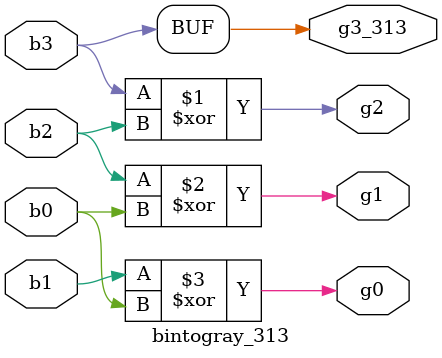
<source format=v>
`timescale 1ns / 1ps
module bintogray_313(g3_313,g2,g1,g0,b3,b2,b1,b0);	
	
input b3,b2,b1,b0;

output g3_313,g2,g1,g0;

buf a1(g3_313,b3);

xor a2(g2,b3,b2);

xor a3(g1,b2,b0);

xor a4(g0,b1,b0);

endmodule





</source>
